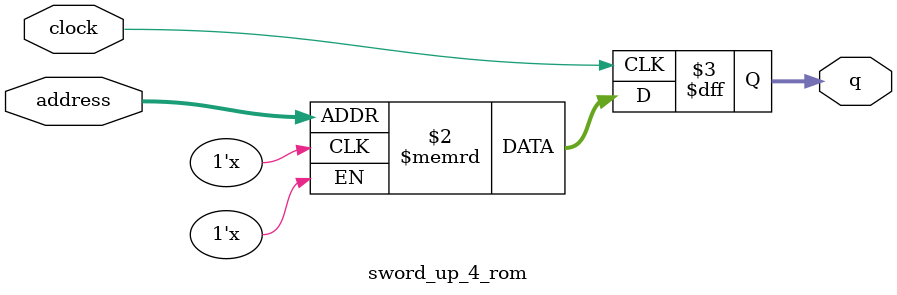
<source format=sv>
module sword_up_4_rom (
	input logic clock,
	input logic [9:0] address,
	output logic [2:0] q
);

logic [2:0] memory [0:1023] /* synthesis ram_init_file = "./sword_up_4/sword_up_4.mif" */;

always_ff @ (posedge clock) begin
	q <= memory[address];
end

endmodule

</source>
